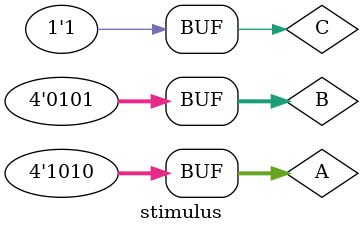
<source format=v>
module full_adder(c_out, sum, a, b, c_in);

output sum, c_out;
input a, b;
input c_in;

wire ab, axob, abc;

xor(axob, a, b);
and(ab, a, b);

xor(sum, axob, c_in);
and(abc, axob, c_in);
or(c_out, ab, abc);

endmodule

module adder_sub(cc, ss, a, b, c);

output [3:0] ss;
output cc;
input [3:0] a, b;
input c;

wire c1, c2, c3;
wire [3:0] y;

xor (y[0], b[0], c);
xor (y[1], b[1], c);
xor (y[2], b[2], c);
xor (y[3], b[3], c);

full_adder fa0(c1, ss[0], a[0], y[0], c);
full_adder fa1(c2, ss[1], a[1], y[1], c1);
full_adder fa2(c3, ss[2], a[2], y[2], c2);
full_adder fa3(cc, ss[3], a[3], y[3], c3);

endmodule

module stimulus;
reg [3:0] A, B;
reg C;

wire [3:0] SS;
wire CC;

adder_sub myadd_sub(CC, SS, A, B, C);
initial
	begin
		$monitor($time,"A=%d, B=%d, C=%b, ---CC=%b, SS=%d\n", A, B, C, CC, SS);
	end
initial
	begin
		A=4'd0; B=4'd0; C=1'b0;
		#5 A=4'd3; B=4'd4;
		#5 A=4'd5; B=4'd2; C=1'b1;
		#5 A=4'd5; B=4'd10;
		#5 A=4'd2; B=4'd10; C=1'b0;
		#5 A=4'd10; B=4'd5; C=1'b1;
	end
endmodule
		
</source>
